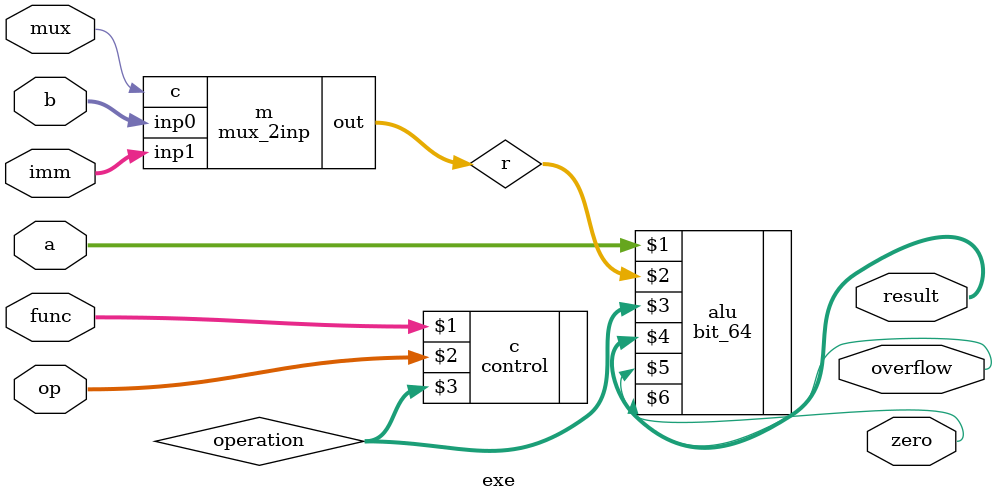
<source format=v>
/*
member 1:
            Name : Masthanaiah Chintamani
            Roll : 191CS115
member 2:
            Name : LSV Sandeep 
            Roll : 191CS226

Module Name :
            EXECUTION STAGE
            
Date of creation : 25rd March,2021
Date of submission : 29th March,2021

*/
//stage : execution stage
// mux 2:1
module mux_2inp(out,inp0,inp1,c); //mux take 2 inputs and give one output with help of one control input
output [63:0] out;
input [63:0] inp0,inp1;
input c;
assign out=(c)?inp1:inp0;
endmodule


//It has alu 64-bit,ALu control,mux(2:1)
module exe(a,b,func,op,overflow,zero,result,mux,imm); // execution block alu + mux to select the input for immediate or output register
input [63:0] a,b,imm;
output [63:0] result;
output overflow,zero;
wire [63:0] r;
input [1:0] op;
wire [3:0] operation;
input [5:0] func;
input mux;
bit_64 alu(a,r,operation,result,overflow,zero);
control c(func,op,operation);
mux_2inp m(r,b,imm,mux);
endmodule

</source>
